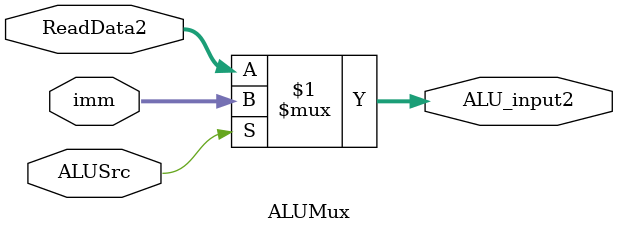
<source format=v>
module ALUMux(
    input ALUSrc,//0时ReadData2
    input [31:0]ReadData2,
    input [31:0]imm,
    output [31:0]ALU_input2
    );

    assign ALU_input2 = ALUSrc ? imm : ReadData2;


endmodule
</source>
